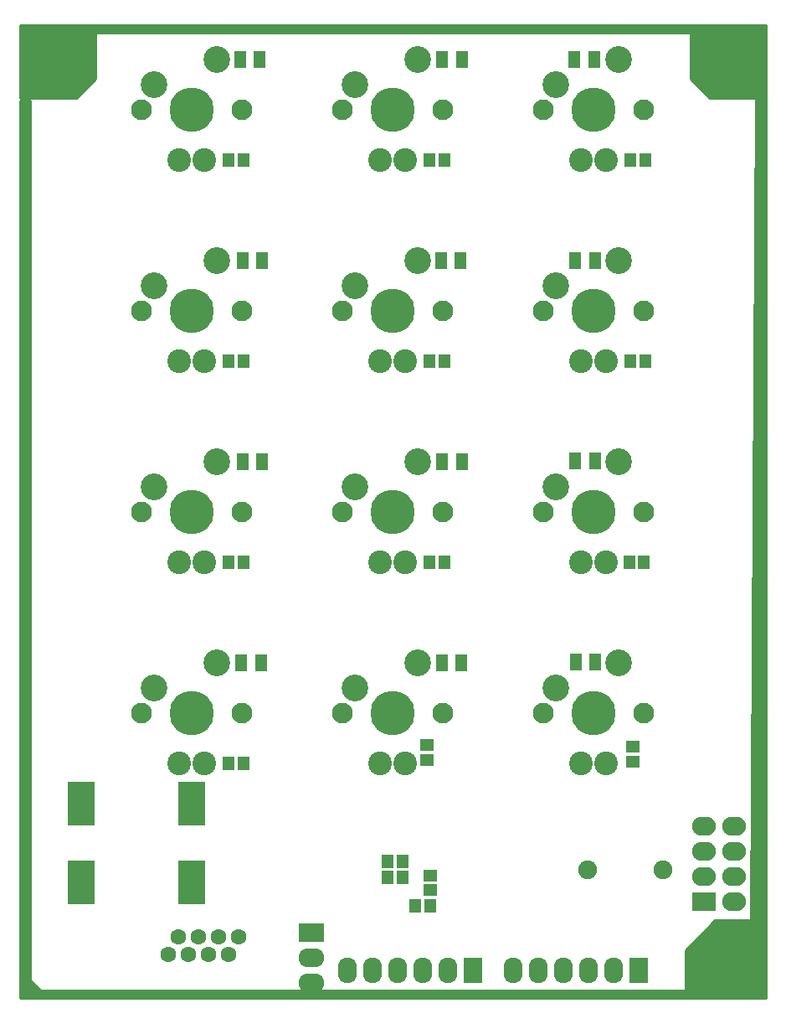
<source format=gbr>
G04 #@! TF.FileFunction,Soldermask,Bot*
%FSLAX46Y46*%
G04 Gerber Fmt 4.6, Leading zero omitted, Abs format (unit mm)*
G04 Created by KiCad (PCBNEW (2015-10-14 BZR 6269, Git 3ca8244)-product) date Fri 03 Jun 2016 09:01:17 PM IST*
%MOMM*%
G01*
G04 APERTURE LIST*
%ADD10C,0.100000*%
%ADD11C,4.500000*%
%ADD12C,2.100000*%
%ADD13C,2.700000*%
%ADD14R,2.398980X1.924000*%
%ADD15O,2.398980X1.924000*%
%ADD16C,1.900000*%
%ADD17R,1.299160X1.400760*%
%ADD18R,1.400760X1.299160*%
%ADD19R,2.800300X4.400500*%
%ADD20R,1.200100X1.700480*%
%ADD21R,2.599640X1.924000*%
%ADD22O,2.599640X1.924000*%
%ADD23R,1.924000X2.599640*%
%ADD24O,1.924000X2.599640*%
%ADD25C,1.598880*%
%ADD26C,2.398980*%
%ADD27C,0.254000*%
G04 APERTURE END LIST*
D10*
D11*
X60960000Y-104140000D03*
D12*
X66040000Y-104140000D03*
X55880000Y-104140000D03*
D13*
X57150000Y-101600000D03*
X63500000Y-99060000D03*
D11*
X81280000Y-104140000D03*
D12*
X86360000Y-104140000D03*
X76200000Y-104140000D03*
D13*
X77470000Y-101600000D03*
X83820000Y-99060000D03*
D11*
X81280000Y-63500000D03*
D12*
X86360000Y-63500000D03*
X76200000Y-63500000D03*
D13*
X77470000Y-60960000D03*
X83820000Y-58420000D03*
D14*
X92461080Y-123190000D03*
D15*
X95498920Y-123190000D03*
X92461080Y-120650000D03*
X95498920Y-120650000D03*
X92461080Y-118110000D03*
X95498920Y-118110000D03*
X92461080Y-115570000D03*
X95498920Y-115570000D03*
D16*
X80655000Y-120015000D03*
X88255000Y-120015000D03*
D17*
X61965840Y-120713500D03*
X60462160Y-120713500D03*
X61965840Y-119126000D03*
X60462160Y-119126000D03*
D18*
X64706500Y-122036840D03*
X64706500Y-120533160D03*
D17*
X63256160Y-123634500D03*
X64759840Y-123634500D03*
D19*
X29464000Y-113284000D03*
X29464000Y-121285000D03*
X40640000Y-113284000D03*
X40640000Y-121285000D03*
D20*
X45481240Y-38100000D03*
X47482760Y-38100000D03*
X45735240Y-58420000D03*
X47736760Y-58420000D03*
X45735240Y-78740000D03*
X47736760Y-78740000D03*
X45608240Y-99060000D03*
X47609760Y-99060000D03*
X65928240Y-38100000D03*
X67929760Y-38100000D03*
X65816480Y-58420000D03*
X67818000Y-58420000D03*
X65928240Y-78740000D03*
X67929760Y-78740000D03*
X65913000Y-99060000D03*
X67914520Y-99060000D03*
X81320640Y-38110160D03*
X79319120Y-38110160D03*
X81417160Y-58409840D03*
X79415640Y-58409840D03*
X81417160Y-78676500D03*
X79415640Y-78676500D03*
X81455260Y-98983800D03*
X79453740Y-98983800D03*
D21*
X52705000Y-126365000D03*
D22*
X52705000Y-128905000D03*
X52705000Y-131445000D03*
D23*
X85852000Y-130175000D03*
D24*
X83312000Y-130175000D03*
X80772000Y-130175000D03*
X78232000Y-130175000D03*
X75692000Y-130175000D03*
X73152000Y-130175000D03*
D25*
X40256460Y-128524000D03*
X38227000Y-128524000D03*
X39240460Y-126743460D03*
X41269920Y-126743460D03*
X42285920Y-128524000D03*
X43299380Y-126743460D03*
X44315380Y-128524000D03*
X45328840Y-126743460D03*
D23*
X69088000Y-130175000D03*
D24*
X66548000Y-130175000D03*
X64008000Y-130175000D03*
X61468000Y-130175000D03*
X58928000Y-130175000D03*
X56388000Y-130175000D03*
D26*
X39370000Y-48260000D03*
X41910000Y-48260000D03*
X39370000Y-68580000D03*
X41910000Y-68580000D03*
X39370000Y-88900000D03*
X41910000Y-88900000D03*
X39370000Y-109220000D03*
X41910000Y-109220000D03*
X59690000Y-48260000D03*
X62230000Y-48260000D03*
X59690000Y-68580000D03*
X62230000Y-68580000D03*
X59690000Y-88900000D03*
X62230000Y-88900000D03*
X59690000Y-109220000D03*
X62230000Y-109220000D03*
X80010000Y-48260000D03*
X82550000Y-48260000D03*
D17*
X45836840Y-48260000D03*
X44333160Y-48260000D03*
X45836840Y-68580000D03*
X44333160Y-68580000D03*
X45836840Y-88900000D03*
X44333160Y-88900000D03*
X45836840Y-109220000D03*
X44333160Y-109220000D03*
X66156840Y-48260000D03*
X64653160Y-48260000D03*
X66156840Y-68580000D03*
X64653160Y-68580000D03*
X66156840Y-88900000D03*
X64653160Y-88900000D03*
D18*
X64376300Y-107350560D03*
X64376300Y-108854240D03*
D17*
X86476840Y-48260000D03*
X84973160Y-48260000D03*
D11*
X40640000Y-43180000D03*
D12*
X45720000Y-43180000D03*
X35560000Y-43180000D03*
D13*
X36830000Y-40640000D03*
X43180000Y-38100000D03*
D11*
X40640000Y-63500000D03*
D12*
X45720000Y-63500000D03*
X35560000Y-63500000D03*
D13*
X36830000Y-60960000D03*
X43180000Y-58420000D03*
D11*
X40640000Y-83820000D03*
D12*
X45720000Y-83820000D03*
X35560000Y-83820000D03*
D13*
X36830000Y-81280000D03*
X43180000Y-78740000D03*
D11*
X40640000Y-104140000D03*
D12*
X45720000Y-104140000D03*
X35560000Y-104140000D03*
D13*
X36830000Y-101600000D03*
X43180000Y-99060000D03*
D11*
X60960000Y-43180000D03*
D12*
X66040000Y-43180000D03*
X55880000Y-43180000D03*
D13*
X57150000Y-40640000D03*
X63500000Y-38100000D03*
D11*
X60960000Y-63500000D03*
D12*
X66040000Y-63500000D03*
X55880000Y-63500000D03*
D13*
X57150000Y-60960000D03*
X63500000Y-58420000D03*
D11*
X60960000Y-83820000D03*
D12*
X66040000Y-83820000D03*
X55880000Y-83820000D03*
D13*
X57150000Y-81280000D03*
X63500000Y-78740000D03*
D11*
X81280000Y-43180000D03*
D12*
X86360000Y-43180000D03*
X76200000Y-43180000D03*
D13*
X77470000Y-40640000D03*
X83820000Y-38100000D03*
D11*
X81280000Y-83820000D03*
D12*
X86360000Y-83820000D03*
X76200000Y-83820000D03*
D13*
X77470000Y-81280000D03*
X83820000Y-78740000D03*
D26*
X80010000Y-68580000D03*
X82550000Y-68580000D03*
X80010000Y-88900000D03*
X82550000Y-88900000D03*
X80010000Y-109220000D03*
X82550000Y-109220000D03*
D17*
X86476840Y-68580000D03*
X84973160Y-68580000D03*
X86360000Y-88900000D03*
X84856320Y-88900000D03*
D18*
X85217000Y-107525820D03*
X85217000Y-109029500D03*
D27*
G36*
X98679000Y-132969000D02*
X23241000Y-132969000D01*
X23241000Y-42291000D01*
X24257000Y-42291000D01*
X24257000Y-131064000D01*
X24267006Y-131113410D01*
X24294197Y-131153803D01*
X25310197Y-132169803D01*
X25352211Y-132197666D01*
X25400000Y-132207000D01*
X90424000Y-132207000D01*
X90473410Y-132196994D01*
X90515035Y-132168553D01*
X90542315Y-132126159D01*
X90551000Y-132080000D01*
X90551000Y-128068606D01*
X93524606Y-125095000D01*
X97028000Y-125095000D01*
X97077410Y-125084994D01*
X97119035Y-125056553D01*
X97146315Y-125014159D01*
X97154998Y-124968779D01*
X97662998Y-42164779D01*
X97653295Y-42115309D01*
X97625110Y-42073510D01*
X97582884Y-42045971D01*
X97536000Y-42037000D01*
X93016606Y-42037000D01*
X91059000Y-40079394D01*
X91059000Y-35560000D01*
X91048994Y-35510590D01*
X91020553Y-35468965D01*
X90978159Y-35441685D01*
X90932000Y-35433000D01*
X30988000Y-35433000D01*
X30938590Y-35443006D01*
X30896965Y-35471447D01*
X30869685Y-35513841D01*
X30861000Y-35560000D01*
X30861000Y-40079394D01*
X28903394Y-42037000D01*
X23241000Y-42037000D01*
X23241000Y-34671000D01*
X98679000Y-34671000D01*
X98679000Y-132969000D01*
X98679000Y-132969000D01*
G37*
X98679000Y-132969000D02*
X23241000Y-132969000D01*
X23241000Y-42291000D01*
X24257000Y-42291000D01*
X24257000Y-131064000D01*
X24267006Y-131113410D01*
X24294197Y-131153803D01*
X25310197Y-132169803D01*
X25352211Y-132197666D01*
X25400000Y-132207000D01*
X90424000Y-132207000D01*
X90473410Y-132196994D01*
X90515035Y-132168553D01*
X90542315Y-132126159D01*
X90551000Y-132080000D01*
X90551000Y-128068606D01*
X93524606Y-125095000D01*
X97028000Y-125095000D01*
X97077410Y-125084994D01*
X97119035Y-125056553D01*
X97146315Y-125014159D01*
X97154998Y-124968779D01*
X97662998Y-42164779D01*
X97653295Y-42115309D01*
X97625110Y-42073510D01*
X97582884Y-42045971D01*
X97536000Y-42037000D01*
X93016606Y-42037000D01*
X91059000Y-40079394D01*
X91059000Y-35560000D01*
X91048994Y-35510590D01*
X91020553Y-35468965D01*
X90978159Y-35441685D01*
X90932000Y-35433000D01*
X30988000Y-35433000D01*
X30938590Y-35443006D01*
X30896965Y-35471447D01*
X30869685Y-35513841D01*
X30861000Y-35560000D01*
X30861000Y-40079394D01*
X28903394Y-42037000D01*
X23241000Y-42037000D01*
X23241000Y-34671000D01*
X98679000Y-34671000D01*
X98679000Y-132969000D01*
M02*

</source>
